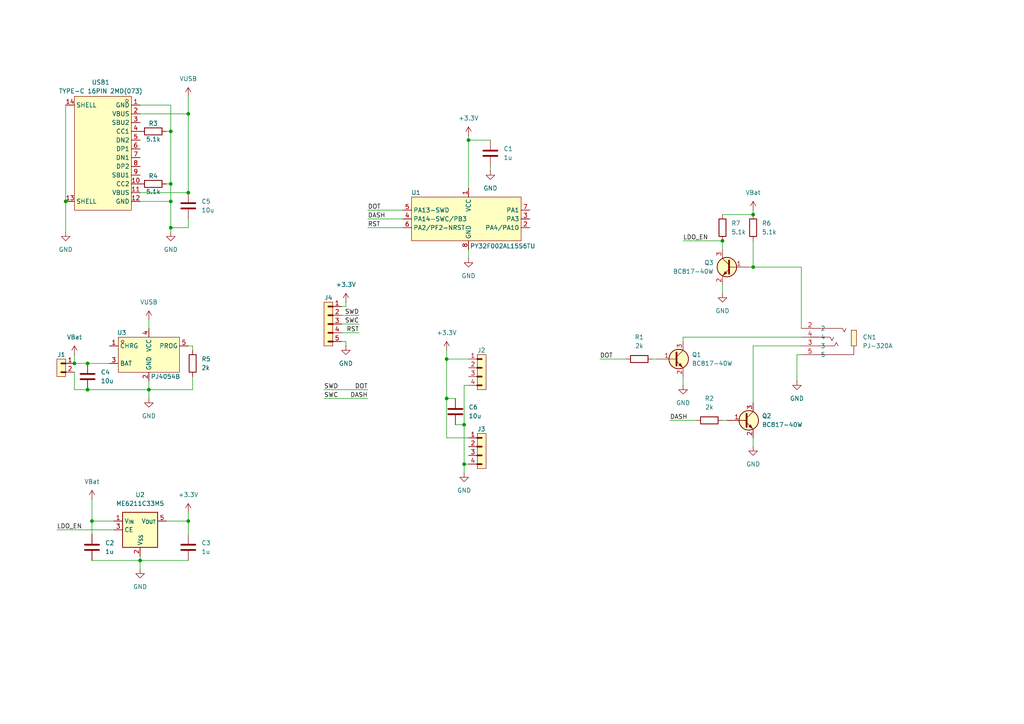
<source format=kicad_sch>
(kicad_sch (version 20231120) (generator "eeschema") (generator_version "8.0")
  (paper "A4")
  (lib_symbols
    (symbol "Device:R" (pin_numbers hide) (pin_names (offset 0))
      (property "Reference" "R" (at 2.032 0 90))
      (property "Value" "R" (at 0 0 90))
      (symbol "R_0_1"
        (rectangle (start -1.016 -2.54) (end 1.016 2.54) (stroke (width 0.254)))
      )
      (symbol "R_1_1"
        (pin passive line (at 0 3.81 270) (length 1.27) (name "~") (number "1"))
        (pin passive line (at 0 -3.81 90) (length 1.27) (name "~") (number "2"))
      )
    )
    (symbol "PCM_Capacitor_US_AKL:C_0603" (pin_numbers hide) (pin_names (offset 0.254))
      (property "Reference" "C" (at 0.635 2.54 0))
      (property "Value" "C_0603" (at 0.635 -2.54 0))
      (symbol "C_0603_0_1"
        (polyline (pts (xy -2.032 -0.762) (xy 2.032 -0.762)) (stroke (width 0.508)))
        (polyline (pts (xy -2.032 0.762) (xy 2.032 0.762)) (stroke (width 0.508)))
      )
      (symbol "C_0603_0_2"
        (polyline (pts (xy -2.54 -2.54) (xy -0.381 -0.381)))
        (polyline (pts (xy -0.508 -0.508) (xy -1.651 0.635)) (stroke (width 0.508)))
        (polyline (pts (xy -0.508 -0.508) (xy 0.635 -1.651)) (stroke (width 0.508)))
        (polyline (pts (xy 0.381 0.381) (xy 2.54 2.54)))
        (polyline (pts (xy 0.508 0.508) (xy -0.635 1.651)) (stroke (width 0.508)))
        (polyline (pts (xy 0.508 0.508) (xy 1.651 -0.635)) (stroke (width 0.508)))
      )
      (symbol "C_0603_1_1"
        (pin passive line (at 0 3.81 270) (length 2.794) (name "~") (number "1"))
        (pin passive line (at 0 -3.81 90) (length 2.794) (name "~") (number "2"))
      )
      (symbol "C_0603_1_2"
        (pin passive line (at 2.54 2.54 270) (length 0) (name "~") (number "1"))
        (pin passive line (at -2.54 -2.54 90) (length 0) (name "~") (number "2"))
      )
    )
    (symbol "PCM_SL_Pin_Headers:PINHD_1x2_Male"
      (property "Reference" "J" (at 0 6.35 0))
      (property "Value" "PINHD_1x2_Male" (at 0 3.81 0))
      (symbol "PINHD_1x2_Male_0_1"
        (rectangle (start -1.27 2.54) (end 1.27 -2.54) (fill (type background)))
        (polyline (pts (xy -1.27 -1.27) (xy 0 -1.27)) (stroke (width 0.3)))
        (polyline (pts (xy -1.27 -1.27) (xy 0 -1.27)) (stroke (width 0.5)))
        (polyline (pts (xy -1.27 1.27) (xy 0 1.27)) (stroke (width 0.3)))
        (polyline (pts (xy -1.27 1.27) (xy 0 1.27)) (stroke (width 0.5)))
      )
      (symbol "PINHD_1x2_Male_1_1"
        (pin passive line (at -3.81 1.27 0) (length 2.54) (name "") (number "1"))
        (pin passive line (at -3.81 -1.27 0) (length 2.54) (name "") (number "2"))
      )
    )
    (symbol "PCM_SL_Pin_Headers:PINHD_1x4_Male"
      (property "Reference" "J" (at 0 8.89 0))
      (property "Value" "PINHD_1x4_Male" (at 0 6.35 0))
      (symbol "PINHD_1x4_Male_0_1"
        (rectangle (start -1.27 5.08) (end 1.27 -5.08) (fill (type background)))
        (polyline (pts (xy -1.27 -3.81) (xy 0 -3.81)) (stroke (width 0.3)))
        (polyline (pts (xy -1.27 -3.81) (xy 0 -3.81)) (stroke (width 0.5)))
        (polyline (pts (xy -1.27 -1.27) (xy 0 -1.27)) (stroke (width 0.3)))
        (polyline (pts (xy -1.27 -1.27) (xy 0 -1.27)) (stroke (width 0.5)))
        (polyline (pts (xy -1.27 1.27) (xy 0 1.27)) (stroke (width 0.3)))
        (polyline (pts (xy -1.27 1.27) (xy 0 1.27)) (stroke (width 0.5)))
        (polyline (pts (xy -1.27 3.81) (xy 0 3.81)) (stroke (width 0.3)))
        (polyline (pts (xy -1.27 3.81) (xy 0 3.81)) (stroke (width 0.5)))
      )
      (symbol "PINHD_1x4_Male_1_1"
        (pin passive line (at -3.81 3.81 0) (length 2.54) (name "") (number "1"))
        (pin passive line (at -3.81 1.27 0) (length 2.54) (name "") (number "2"))
        (pin passive line (at -3.81 -1.27 0) (length 2.54) (name "") (number "3"))
        (pin passive line (at -3.81 -3.81 0) (length 2.54) (name "") (number "4"))
      )
    )
    (symbol "PCM_SL_Pin_Headers:PINHD_1x5_Male"
      (property "Reference" "J" (at 0 10.16 0))
      (property "Value" "PINHD_1x5_Male" (at 0 7.62 0))
      (symbol "PINHD_1x5_Male_0_1"
        (rectangle (start -1.27 6.35) (end 1.27 -6.35) (fill (type background)))
        (polyline (pts (xy -1.27 -5.08) (xy 0 -5.08)) (stroke (width 0.3)))
        (polyline (pts (xy -1.27 -5.08) (xy 0 -5.08)) (stroke (width 0.5)))
        (polyline (pts (xy -1.27 -2.54) (xy 0 -2.54)) (stroke (width 0.3)))
        (polyline (pts (xy -1.27 -2.54) (xy 0 -2.54)) (stroke (width 0.5)))
        (polyline (pts (xy -1.27 0) (xy 0 0)) (stroke (width 0.3)))
        (polyline (pts (xy -1.27 0) (xy 0 0)) (stroke (width 0.5)))
        (polyline (pts (xy -1.27 2.54) (xy 0 2.54)) (stroke (width 0.3)))
        (polyline (pts (xy -1.27 2.54) (xy 0 2.54)) (stroke (width 0.5)))
        (polyline (pts (xy -1.27 5.08) (xy 0 5.08)) (stroke (width 0.3)))
        (polyline (pts (xy -1.27 5.08) (xy 0 5.08)) (stroke (width 0.5)))
      )
      (symbol "PINHD_1x5_Male_1_1"
        (pin passive line (at -3.81 5.08 0) (length 2.54) (name "") (number "1"))
        (pin passive line (at -3.81 2.54 0) (length 2.54) (name "") (number "2"))
        (pin passive line (at -3.81 0 0) (length 2.54) (name "") (number "3"))
        (pin passive line (at -3.81 -2.54 0) (length 2.54) (name "") (number "4"))
        (pin passive line (at -3.81 -5.08 0) (length 2.54) (name "") (number "5"))
      )
    )
    (symbol "PCM_Transistor_BJT_AKL:BC817-40W" (pin_names hide)
      (property "Reference" "Q" (at 5.08 1.27 0))
      (property "Value" "BC817-40W" (at 5.08 -1.27 0))
      (symbol "BC817-40W_0_1"
        (polyline (pts (xy 0.635 0.635) (xy 2.54 2.54)))
        (polyline (pts (xy 0.635 -0.635) (xy 2.54 -2.54) (xy 2.54 -2.54)))
        (polyline (pts (xy 0.635 1.905) (xy 0.635 -1.905) (xy 0.635 -1.905)) (stroke (width 0.508)))
        (polyline (pts (xy 1.27 -1.778) (xy 1.778 -1.27) (xy 2.286 -2.286) (xy 1.27 -1.778) (xy 1.27 -1.778)) (fill (type outline)))
        (circle (center 1.27 0) (radius 2.8194) (stroke (width 0.254)) (fill (type background)))
      )
      (symbol "BC817-40W_1_1"
        (pin input line (at -5.08 0 0) (length 5.715) (name "B") (number "1"))
        (pin passive line (at 2.54 -5.08 90) (length 2.54) (name "E") (number "2"))
        (pin passive line (at 2.54 5.08 270) (length 2.54) (name "C") (number "3"))
      )
    )
    (symbol "PJ-320A:PJ-320A"
      (property "Reference" "CN" (at 0 10.16 0))
      (property "Value" "PJ-320A" (at 0 -7.62 0))
      (symbol "PJ-320A_0_1"
        (rectangle (start -8.38 2.54) (end -6.86 -2.03) (fill (type background)))
        (polyline (pts (xy 2.54 5.08) (xy -7.62 5.08) (xy -7.62 2.54)))
        (polyline (pts (xy 2.54 -2.54) (xy -4.32 -2.54) (xy -4.83 -1.52) (xy -5.33 -2.54)))
        (polyline (pts (xy 2.54 2.54) (xy -2.03 2.54) (xy -2.54 1.52) (xy -3.05 2.54)))
        (polyline (pts (xy 5.08 0) (xy -0.76 0) (xy -1.27 1.02) (xy -1.78 0)))
        (pin unspecified line (at 7.62 -2.54 180) (length 5.08) (name "2") (number "2"))
        (pin unspecified line (at 7.62 2.54 180) (length 5.08) (name "3") (number "3"))
        (pin unspecified line (at 7.62 0 180) (length 5.08) (name "4") (number "4"))
        (pin unspecified line (at 7.62 5.08 180) (length 5.08) (name "5") (number "5"))
      )
    )
    (symbol "PJ4054B:PJ4054B"
      (property "Reference" "U3" (at -7.874 6.35 0))
      (property "Value" "PJ4054B" (at 4.826 -6.35 0))
      (symbol "PJ4054B_0_1"
        (rectangle (start -8.89 5.08) (end 8.89 -5.08) (fill (type background)))
        (circle (center -7.62 3.81) (radius 0.38))
        (pin unspecified line (at -11.43 2.54 0) (length 2.54) (name "CHRG") (number "1"))
        (pin unspecified line (at 0 -7.62 90) (length 2.54) (name "GND") (number "2"))
        (pin unspecified line (at -11.43 -2.54 0) (length 2.54) (name "BAT") (number "3"))
        (pin unspecified line (at 0 7.62 270) (length 2.54) (name "VCC") (number "4"))
        (pin unspecified line (at 11.43 2.54 180) (length 2.54) (name "PROG") (number "5"))
      )
    )
    (symbol "PY32:PY32F002AL15S6TU"
      (property "Reference" "U1" (at -15.24 7.62 0))
      (property "Value" "PY32F002AL15S6TU" (at 10.668 7.366 0))
      (symbol "PY32F002AL15S6TU_0_1"
        (rectangle (start -16.51 6.35) (end 15.24 -6.35) (fill (type background)))
        (pin unspecified line (at 17.78 -2.54 180) (length 2.54) (name "PA4/PA10") (number "2"))
        (pin unspecified line (at -19.05 0 0) (length 2.54) (name "PA14-SWC/PB3") (number "4"))
        (pin unspecified line (at -19.05 2.54 0) (length 2.54) (name "PA13-SWD") (number "5"))
        (pin unspecified line (at 0 -8.89 90) (length 2.54) (name "GND") (number "8"))
      )
      (symbol "PY32F002AL15S6TU_1_1"
        (pin unspecified line (at 0 8.89 270) (length 2.54) (name "VCC") (number "1"))
        (pin unspecified line (at 17.78 0 180) (length 2.54) (name "PA3") (number "3"))
        (pin unspecified line (at -19.05 -2.54 0) (length 2.54) (name "PA2/PF2-NRST") (number "6"))
        (pin unspecified line (at 17.78 2.54 180) (length 2.54) (name "PA1") (number "7"))
      )
    )
    (symbol "Regulator_Linear:ME6211C33M5"
      (property "Reference" "U" (at -4.572 6.35 0))
      (property "Value" "ME6211C33M5" (at 10.16 8.636 0))
      (symbol "ME6211C33M5_1_1"
        (rectangle (start -5.08 5.08) (end 5.08 -5.08) (stroke (width 0.254)) (fill (type background)))
        (pin power_in line (at -7.62 2.54 0) (length 2.54) (name "V_{IN}") (number "1"))
        (pin power_in line (at 0 -7.62 90) (length 2.54) (name "V_{SS}") (number "2"))
        (pin input line (at -7.62 0 0) (length 2.54) (name "CE") (number "3"))
        (pin no_connect line (at 5.08 0 180) (length 2.54) hide (name "NC") (number "4"))
        (pin power_out line (at 7.62 2.54 180) (length 2.54) (name "V_{OUT}") (number "5"))
      )
    )
    (symbol "TYPE-C:TYPE-C16PIN2MD(073)"
      (property "Reference" "USB" (at 0 19.05 0))
      (property "Value" "TYPE-C 16PIN 2MD(073)" (at 0 -19.05 0))
      (property "Footprint" "TYPE-C:USB-C-SMD_TYPE-C-6PIN-2MD-073" (at 0 -21.59 0))
      (symbol "TYPE-C16PIN2MD(073)_0_1"
        (rectangle (start -8.89 16.51) (end 7.62 -16.51) (fill (type background)))
        (circle (center -7.62 15.24) (radius 0.38))
        (pin unspecified line (at -11.43 13.97 0) (length 2.54) (name "GND") (number "1"))
        (pin unspecified line (at -11.43 -8.89 0) (length 2.54) (name "CC2") (number "10"))
        (pin unspecified line (at -11.43 -11.43 0) (length 2.54) (name "VBUS") (number "11"))
        (pin unspecified line (at -11.43 -13.97 0) (length 2.54) (name "GND") (number "12"))
        (pin unspecified line (at 10.16 -13.97 180) (length 2.54) (name "SHELL") (number "13"))
        (pin unspecified line (at 10.16 13.97 180) (length 2.54) (name "SHELL") (number "14"))
        (pin unspecified line (at -11.43 11.43 0) (length 2.54) (name "VBUS") (number "2"))
        (pin unspecified line (at -11.43 8.89 0) (length 2.54) (name "SBU2") (number "3"))
        (pin unspecified line (at -11.43 6.35 0) (length 2.54) (name "CC1") (number "4"))
        (pin unspecified line (at -11.43 3.81 0) (length 2.54) (name "DN2") (number "5"))
        (pin unspecified line (at -11.43 1.27 0) (length 2.54) (name "DP1") (number "6"))
        (pin unspecified line (at -11.43 -1.27 0) (length 2.54) (name "DN1") (number "7"))
        (pin unspecified line (at -11.43 -3.81 0) (length 2.54) (name "DP2") (number "8"))
        (pin unspecified line (at -11.43 -6.35 0) (length 2.54) (name "SBU1") (number "9"))
      )
    )
    (symbol "power:+3.3V" (power) (pin_numbers hide) (pin_names (offset 0) hide)
      (property "Value" "+3.3V" (at 0 3.556 0))
      (symbol "+3.3V_0_1"
        (polyline (pts (xy -0.762 1.27) (xy 0 2.54)))
        (polyline (pts (xy 0 0) (xy 0 2.54)))
        (polyline (pts (xy 0 2.54) (xy 0.762 1.27)))
      )
      (symbol "+3.3V_1_1"
        (pin power_in line (at 0 0 90) (length 0) (name "~") (number "1"))
      )
    )
    (symbol "power:GND" (power) (pin_numbers hide) (pin_names (offset 0) hide)
      (property "Value" "GND" (at 0 -3.81 0))
      (symbol "GND_0_1"
        (polyline (pts (xy 0 0) (xy 0 -1.27) (xy 1.27 -1.27) (xy 0 -2.54) (xy -1.27 -1.27) (xy 0 -1.27)))
      )
      (symbol "GND_1_1"
        (pin power_in line (at 0 0 270) (length 0) (name "~") (number "1"))
      )
    )
  )
  (junction (at 129.54 104.14))
  (junction (at 49.53 58.42))
  (junction (at 134.62 134.62))
  (junction (at 49.53 66.04))
  (junction (at 43.18 113.03))
  (junction (at 26.67 151.13))
  (junction (at 209.55 69.85))
  (junction (at 49.53 53.34))
  (junction (at 134.62 123.19))
  (junction (at 25.4 113.03))
  (junction (at 218.44 77.47))
  (junction (at 54.61 151.13))
  (junction (at 25.4 105.41))
  (junction (at 49.53 38.1))
  (junction (at 40.64 162.56))
  (junction (at 54.61 33.02))
  (junction (at 218.44 62.23))
  (junction (at 129.54 115.57))
  (junction (at 21.59 105.41))
  (junction (at 135.89 40.64))
  (junction (at 19.05 58.42))
  (junction (at 54.61 55.88))
  (wire (pts (xy 40.64 161.29) (xy 40.64 162.56)))
  (wire (pts (xy 40.64 33.02) (xy 54.61 33.02)))
  (wire (pts (xy 135.89 40.64) (xy 135.89 54.61)))
  (wire (pts (xy 55.88 100.33) (xy 55.88 101.6)))
  (wire (pts (xy 99.06 93.98) (xy 104.14 93.98)))
  (wire (pts (xy 173.99 104.14) (xy 181.61 104.14)))
  (wire (pts (xy 49.53 66.04) (xy 54.61 66.04)))
  (wire (pts (xy 48.26 151.13) (xy 54.61 151.13)))
  (wire (pts (xy 218.44 77.47) (xy 217.17 77.47)))
  (wire (pts (xy 25.4 105.41) (xy 31.75 105.41)))
  (wire (pts (xy 135.89 72.39) (xy 135.89 74.93)))
  (wire (pts (xy 21.59 102.87) (xy 21.59 105.41)))
  (wire (pts (xy 198.12 109.22) (xy 198.12 111.76)))
  (wire (pts (xy 21.59 105.41) (xy 25.4 105.41)))
  (wire (pts (xy 26.67 151.13) (xy 33.02 151.13)))
  (wire (pts (xy 194.31 121.92) (xy 201.93 121.92)))
  (wire (pts (xy 93.98 113.03) (xy 106.68 113.03)))
  (wire (pts (xy 135.89 111.76) (xy 134.62 111.76)))
  (wire (pts (xy 129.54 104.14) (xy 129.54 115.57)))
  (wire (pts (xy 209.55 62.23) (xy 218.44 62.23)))
  (wire (pts (xy 129.54 115.57) (xy 129.54 127)))
  (wire (pts (xy 19.05 30.48) (xy 19.05 58.42)))
  (wire (pts (xy 99.06 88.9) (xy 100.33 88.9)))
  (wire (pts (xy 40.64 58.42) (xy 49.53 58.42)))
  (wire (pts (xy 231.14 102.87) (xy 231.14 110.49)))
  (wire (pts (xy 134.62 123.19) (xy 134.62 134.62)))
  (wire (pts (xy 54.61 63.5) (xy 54.61 66.04)))
  (wire (pts (xy 48.26 53.34) (xy 49.53 53.34)))
  (wire (pts (xy 189.23 104.14) (xy 190.5 104.14)))
  (wire (pts (xy 106.68 63.5) (xy 116.84 63.5)))
  (wire (pts (xy 198.12 69.85) (xy 209.55 69.85)))
  (wire (pts (xy 232.41 100.33) (xy 218.44 100.33)))
  (wire (pts (xy 218.44 77.47) (xy 232.41 77.47)))
  (wire (pts (xy 54.61 151.13) (xy 54.61 148.59)))
  (wire (pts (xy 49.53 66.04) (xy 49.53 67.31)))
  (wire (pts (xy 135.89 134.62) (xy 134.62 134.62)))
  (wire (pts (xy 49.53 38.1) (xy 49.53 53.34)))
  (wire (pts (xy 26.67 151.13) (xy 26.67 154.94)))
  (wire (pts (xy 106.68 66.04) (xy 116.84 66.04)))
  (wire (pts (xy 19.05 58.42) (xy 19.05 67.31)))
  (wire (pts (xy 218.44 100.33) (xy 218.44 116.84)))
  (wire (pts (xy 40.64 55.88) (xy 54.61 55.88)))
  (wire (pts (xy 135.89 39.37) (xy 135.89 40.64)))
  (wire (pts (xy 198.12 99.06) (xy 198.12 97.79)))
  (wire (pts (xy 55.88 109.22) (xy 55.88 113.03)))
  (wire (pts (xy 134.62 111.76) (xy 134.62 123.19)))
  (wire (pts (xy 232.41 77.47) (xy 232.41 95.25)))
  (wire (pts (xy 106.68 60.96) (xy 116.84 60.96)))
  (wire (pts (xy 40.64 162.56) (xy 54.61 162.56)))
  (wire (pts (xy 198.12 97.79) (xy 232.41 97.79)))
  (wire (pts (xy 218.44 69.85) (xy 218.44 77.47)))
  (wire (pts (xy 134.62 134.62) (xy 134.62 137.16)))
  (wire (pts (xy 49.53 58.42) (xy 49.53 66.04)))
  (wire (pts (xy 99.06 91.44) (xy 104.14 91.44)))
  (wire (pts (xy 49.53 53.34) (xy 49.53 58.42)))
  (wire (pts (xy 54.61 55.88) (xy 54.61 33.02)))
  (wire (pts (xy 209.55 121.92) (xy 210.82 121.92)))
  (wire (pts (xy 99.06 96.52) (xy 104.14 96.52)))
  (wire (pts (xy 232.41 102.87) (xy 231.14 102.87)))
  (wire (pts (xy 21.59 113.03) (xy 25.4 113.03)))
  (wire (pts (xy 55.88 100.33) (xy 54.61 100.33)))
  (wire (pts (xy 129.54 104.14) (xy 135.89 104.14)))
  (wire (pts (xy 132.08 123.19) (xy 134.62 123.19)))
  (wire (pts (xy 209.55 69.85) (xy 209.55 72.39)))
  (wire (pts (xy 100.33 88.9) (xy 100.33 87.63)))
  (wire (pts (xy 218.44 60.96) (xy 218.44 62.23)))
  (wire (pts (xy 99.06 99.06) (xy 100.33 99.06)))
  (wire (pts (xy 209.55 82.55) (xy 209.55 85.09)))
  (wire (pts (xy 21.59 107.95) (xy 21.59 113.03)))
  (wire (pts (xy 43.18 110.49) (xy 43.18 113.03)))
  (wire (pts (xy 26.67 162.56) (xy 40.64 162.56)))
  (wire (pts (xy 26.67 144.78) (xy 26.67 151.13)))
  (wire (pts (xy 135.89 40.64) (xy 142.24 40.64)))
  (wire (pts (xy 40.64 30.48) (xy 49.53 30.48)))
  (wire (pts (xy 43.18 92.71) (xy 43.18 95.25)))
  (wire (pts (xy 218.44 127) (xy 218.44 129.54)))
  (wire (pts (xy 55.88 113.03) (xy 43.18 113.03)))
  (wire (pts (xy 135.89 127) (xy 129.54 127)))
  (wire (pts (xy 48.26 38.1) (xy 49.53 38.1)))
  (wire (pts (xy 49.53 30.48) (xy 49.53 38.1)))
  (wire (pts (xy 129.54 115.57) (xy 132.08 115.57)))
  (wire (pts (xy 100.33 99.06) (xy 100.33 100.33)))
  (wire (pts (xy 54.61 151.13) (xy 54.61 154.94)))
  (wire (pts (xy 54.61 27.94) (xy 54.61 33.02)))
  (wire (pts (xy 129.54 104.14) (xy 129.54 101.6)))
  (wire (pts (xy 93.98 115.57) (xy 106.68 115.57)))
  (wire (pts (xy 40.64 162.56) (xy 40.64 165.1)))
  (wire (pts (xy 25.4 113.03) (xy 43.18 113.03)))
  (wire (pts (xy 142.24 48.26) (xy 142.24 49.53)))
  (wire (pts (xy 43.18 113.03) (xy 43.18 115.57)))
  (wire (pts (xy 16.51 153.67) (xy 33.02 153.67)))
  (label "LDO_EN" (at 16.51 153.67 0))
  (label "RST" (at 104.14 96.52 180))
  (label "DOT" (at 106.68 113.03 180))
  (label "DASH" (at 106.68 115.57 180))
  (label "DOT" (at 106.68 60.96 0))
  (label "LDO_EN" (at 198.12 69.85 0))
  (label "DASH" (at 194.31 121.92 0))
  (label "RST" (at 106.68 66.04 0))
  (label "SWC" (at 93.98 115.57 0))
  (label "DASH" (at 106.68 63.5 0))
  (label "SWD" (at 93.98 113.03 0))
  (label "SWD" (at 104.14 91.44 180))
  (label "SWC" (at 104.14 93.98 180))
  (label "DOT" (at 173.99 104.14 0))
  (symbol (lib_id "PJ4054B:PJ4054B") (at 43.18 102.87 0) (unit 1)
    (property "Reference" "U3" (at 35.306 96.52 0))
    (property "Value" "PJ4054B" (at 48.006 109.22 0))
    (property "Footprint" "PJ4054B:SOT-23-5_L2.9-W1.6-P0.95-LS2.8-BL" (effects (hide yes)))
    (property "LCSC Part" "C2911335" (effects (hide yes)))
  )
  (symbol (lib_id "power:GND") (at 19.05 67.31 0) (unit 1)
    (property "Reference" "#PWR011" (effects (hide yes)))
    (property "Value" "GND" (at 19.05 72.39 0))
    (property "Description" "Power symbol creates a global label with name \"GND\" , ground" (effects (hide yes)))
  )
  (symbol (lib_id "power:GND") (at 198.12 111.76 0) (unit 1)
    (property "Reference" "#PWR01" (effects (hide yes)))
    (property "Value" "GND" (at 198.12 116.84 0))
    (property "Description" "Power symbol creates a global label with name \"GND\" , ground" (effects (hide yes)))
  )
  (symbol (lib_id "power:GND") (at 209.55 85.09 0) (unit 1)
    (property "Reference" "#PWR017" (effects (hide yes)))
    (property "Value" "GND" (at 209.55 90.17 0))
    (property "Description" "Power symbol creates a global label with name \"GND\" , ground" (effects (hide yes)))
  )
  (symbol (lib_id "PJ-320A:PJ-320A") (at 240.03 97.79 180) (unit 1)
    (property "Reference" "CN1" (at 250.19 97.7899 0) (effects (justify right)))
    (property "Value" "PJ-320A" (at 250.19 100.3299 0) (effects (justify right)))
    (property "Footprint" "PJ-320A:AUDIO-TH_XKB_PJ-320A" (effects (hide yes)))
    (property "LCSC Part" "C2884926" (effects (hide yes)))
  )
  (symbol (lib_id "PCM_SL_Pin_Headers:PINHD_1x5_Male") (at 95.25 93.98 0) (mirror y) (unit 1)
    (property "Reference" "J4" (at 95.25 86.36 0))
    (property "Value" "PINHD_1x5_Male" (effects (hide yes)))
    (property "Footprint" "Connector_PinHeader_2.54mm:PinHeader_1x05_P2.54mm_Vertical" (effects (hide yes)))
    (property "Description" "Pin Header male with pin space 2.54mm. Pin Count -5" (effects (hide yes)))
  )
  (symbol (lib_id "Device:R") (at 44.45 38.1 90) (unit 1)
    (property "Reference" "R3" (at 44.45 35.814 90))
    (property "Value" "5.1k" (at 44.45 40.386 90))
    (property "Footprint" "Resistor_SMD:R_0603_1608Metric_Pad0.98x0.95mm_HandSolder" (effects (hide yes)))
    (property "Description" "Resistor" (effects (hide yes)))
  )
  (symbol (lib_id "TYPE-C:TYPE-C16PIN2MD(073)") (at 29.21 44.45 0) (mirror y) (unit 1)
    (property "Reference" "USB1" (at 29.21 23.876 0))
    (property "Value" "TYPE-C 16PIN 2MD(073)" (at 29.21 26.416 0))
    (property "Footprint" "TYPE-C:USB-C-SMD_TYPE-C-6PIN-2MD-073" (effects (hide yes)))
    (property "LCSC Part" "C2765186" (effects (hide yes)))
  )
  (symbol (lib_id "power:+3.3V") (at 43.18 92.71 0) (unit 1)
    (property "Reference" "#PWR07" (effects (hide yes)))
    (property "Value" "VUSB" (at 43.18 87.63 0))
    (property "Description" "Power symbol creates a global label with name \"+3.3V\"" (effects (hide yes)))
  )
  (symbol (lib_id "Device:R") (at 55.88 105.41 180) (unit 1)
    (property "Reference" "R5" (at 58.42 104.1399 0) (effects (justify right)))
    (property "Value" "2k" (at 58.42 106.6799 0) (effects (justify right)))
    (property "Footprint" "Resistor_SMD:R_0603_1608Metric_Pad0.98x0.95mm_HandSolder" (effects (hide yes)))
    (property "Description" "Resistor" (effects (hide yes)))
  )
  (symbol (lib_id "power:+3.3V") (at 135.89 39.37 0) (unit 1)
    (property "Reference" "#PWR05" (effects (hide yes)))
    (property "Value" "+3.3V" (at 135.89 34.29 0))
    (property "Description" "Power symbol creates a global label with name \"+3.3V\"" (effects (hide yes)))
  )
  (symbol (lib_id "Regulator_Linear:ME6211C33M5") (at 40.64 153.67 0) (unit 1)
    (property "Reference" "U2" (at 40.64 143.51 0))
    (property "Value" "ME6211C33M5" (at 40.64 146.05 0))
    (property "Footprint" "Package_TO_SOT_SMD:SOT-23-5" (effects (hide yes)))
    (property "Datasheet" "https://www.lcsc.com/datasheet/lcsc_datasheet_2304140030_MICRONE-Nanjing-Micro-One-Elec-ME6211C33R5G_C235316.pdf" (effects (hide yes)))
    (property "Description" "500mA low dropout linear regulator, shutdown pin, 6.5V max input voltage, 3.3V fixed positive output, SOT-23-5" (effects (hide yes)))
  )
  (symbol (lib_id "PY32:PY32F002AL15S6TU") (at 135.89 63.5 0) (unit 1)
    (property "Reference" "U1" (at 120.65 55.88 0))
    (property "Value" "PY32F002AL15S6TU" (at 145.796 71.374 0))
    (property "Footprint" "PY32:SOP-8_L4.9-W3.9-P1.27-LS6.0-BL-1" (effects (hide yes)))
    (property "LCSC Part" "C5292060" (effects (hide yes)))
  )
  (symbol (lib_id "PCM_Transistor_BJT_AKL:BC817-40W") (at 212.09 77.47 0) (mirror y) (unit 1)
    (property "Reference" "Q3" (at 207.01 76.1999 0) (effects (justify left)))
    (property "Value" "BC817-40W" (at 207.01 78.7399 0) (effects (justify left)))
    (property "Footprint" "Package_TO_SOT_SMD:SOT-323_SC-70_Handsoldering" (effects (hide yes)))
    (property "Datasheet" "https://www.tme.eu/Document/7b5ea7386544f524d0315334956093bb/BC817-16.215.pdf" (effects (hide yes)))
    (property "Description" "NPN SOT-323 transistor, 45V, 500mA, 200mW, Complementary to BC807W, Alternate KiCAD Library" (effects (hide yes)))
  )
  (symbol (lib_id "power:+3.3V") (at 100.33 87.63 0) (unit 1)
    (property "Reference" "#PWR019" (effects (hide yes)))
    (property "Value" "+3.3V" (at 100.33 82.55 0))
    (property "Description" "Power symbol creates a global label with name \"+3.3V\"" (effects (hide yes)))
  )
  (symbol (lib_id "PCM_Capacitor_US_AKL:C_0603") (at 132.08 119.38 0) (unit 1)
    (property "Reference" "C6" (at 135.89 118.1099 0) (effects (justify left)))
    (property "Value" "10u" (at 135.89 120.6499 0) (effects (justify left)))
    (property "Footprint" "Capacitor_SMD:C_0603_1608Metric_Pad1.08x0.95mm_HandSolder" (effects (hide yes)))
    (property "Description" "SMD 0603 MLCC capacitor, Alternate KiCad Library" (effects (hide yes)))
  )
  (symbol (lib_id "PCM_Transistor_BJT_AKL:BC817-40W") (at 215.9 121.92 0) (unit 1)
    (property "Reference" "Q2" (at 220.98 120.6499 0) (effects (justify left)))
    (property "Value" "BC817-40W" (at 220.98 123.1899 0) (effects (justify left)))
    (property "Footprint" "Package_TO_SOT_SMD:SOT-323_SC-70_Handsoldering" (effects (hide yes)))
    (property "Datasheet" "https://www.tme.eu/Document/7b5ea7386544f524d0315334956093bb/BC817-16.215.pdf" (effects (hide yes)))
    (property "Description" "NPN SOT-323 transistor, 45V, 500mA, 200mW, Complementary to BC807W, Alternate KiCAD Library" (effects (hide yes)))
  )
  (symbol (lib_id "PCM_SL_Pin_Headers:PINHD_1x4_Male") (at 139.7 130.81 0) (unit 1)
    (property "Reference" "J3" (at 138.43 124.46 0) (effects (justify left)))
    (property "Value" "PINHD_1x4_Male" (effects (hide yes)))
    (property "Footprint" "Connector_PinHeader_2.54mm:PinHeader_1x04_P2.54mm_Vertical" (effects (hide yes)))
    (property "Description" "Pin Header male with pin space 2.54mm. Pin Count -4" (effects (hide yes)))
  )
  (symbol (lib_id "PCM_Capacitor_US_AKL:C_0603") (at 54.61 158.75 0) (unit 1)
    (property "Reference" "C3" (at 58.42 157.4799 0) (effects (justify left)))
    (property "Value" "1u" (at 58.42 160.0199 0) (effects (justify left)))
    (property "Footprint" "Capacitor_SMD:C_0603_1608Metric_Pad1.08x0.95mm_HandSolder" (effects (hide yes)))
    (property "Description" "SMD 0603 MLCC capacitor, Alternate KiCad Library" (effects (hide yes)))
  )
  (symbol (lib_id "PCM_Capacitor_US_AKL:C_0603") (at 25.4 109.22 0) (unit 1)
    (property "Reference" "C4" (at 29.21 107.9499 0) (effects (justify left)))
    (property "Value" "10u" (at 29.21 110.4899 0) (effects (justify left)))
    (property "Footprint" "Capacitor_SMD:C_0603_1608Metric_Pad1.08x0.95mm_HandSolder" (effects (hide yes)))
    (property "Description" "SMD 0603 MLCC capacitor, Alternate KiCad Library" (effects (hide yes)))
  )
  (symbol (lib_id "PCM_SL_Pin_Headers:PINHD_1x2_Male") (at 17.78 106.68 0) (mirror y) (unit 1)
    (property "Reference" "J1" (at 17.78 102.87 0))
    (property "Value" "PINHD_1x2_Male" (effects (hide yes)))
    (property "Footprint" "Connector_PinHeader_2.54mm:PinHeader_1x02_P2.54mm_Vertical" (effects (hide yes)))
    (property "Description" "Pin Header male with pin space 2.54mm. Pin Count -2" (effects (hide yes)))
  )
  (symbol (lib_id "power:+3.3V") (at 54.61 27.94 0) (unit 1)
    (property "Reference" "#PWR010" (effects (hide yes)))
    (property "Value" "VUSB" (at 54.61 22.86 0))
    (property "Description" "Power symbol creates a global label with name \"+3.3V\"" (effects (hide yes)))
  )
  (symbol (lib_id "power:+3.3V") (at 54.61 148.59 0) (unit 1)
    (property "Reference" "#PWR06" (effects (hide yes)))
    (property "Value" "+3.3V" (at 54.61 143.51 0))
    (property "Description" "Power symbol creates a global label with name \"+3.3V\"" (effects (hide yes)))
  )
  (symbol (lib_id "power:GND") (at 134.62 137.16 0) (unit 1)
    (property "Reference" "#PWR016" (effects (hide yes)))
    (property "Value" "GND" (at 134.62 142.24 0))
    (property "Description" "Power symbol creates a global label with name \"GND\" , ground" (effects (hide yes)))
  )
  (symbol (lib_id "power:GND") (at 40.64 165.1 0) (unit 1)
    (property "Reference" "#PWR014" (effects (hide yes)))
    (property "Value" "GND" (at 40.64 170.18 0))
    (property "Description" "Power symbol creates a global label with name \"GND\" , ground" (effects (hide yes)))
  )
  (symbol (lib_id "power:GND") (at 231.14 110.49 0) (unit 1)
    (property "Reference" "#PWR03" (effects (hide yes)))
    (property "Value" "GND" (at 231.14 115.57 0))
    (property "Description" "Power symbol creates a global label with name \"GND\" , ground" (effects (hide yes)))
  )
  (symbol (lib_id "Device:R") (at 205.74 121.92 90) (unit 1)
    (property "Reference" "R2" (at 205.74 115.57 90))
    (property "Value" "2k" (at 205.74 118.11 90))
    (property "Footprint" "Resistor_SMD:R_0603_1608Metric_Pad0.98x0.95mm_HandSolder" (effects (hide yes)))
    (property "Description" "Resistor" (effects (hide yes)))
  )
  (symbol (lib_id "power:GND") (at 43.18 115.57 0) (unit 1)
    (property "Reference" "#PWR012" (effects (hide yes)))
    (property "Value" "GND" (at 43.18 120.65 0))
    (property "Description" "Power symbol creates a global label with name \"GND\" , ground" (effects (hide yes)))
  )
  (symbol (lib_id "PCM_SL_Pin_Headers:PINHD_1x4_Male") (at 139.7 107.95 0) (unit 1)
    (property "Reference" "J2" (at 138.43 101.6 0) (effects (justify left)))
    (property "Value" "PINHD_1x4_Male" (effects (hide yes)))
    (property "Footprint" "Connector_PinHeader_2.54mm:PinHeader_1x04_P2.54mm_Vertical" (effects (hide yes)))
    (property "Description" "Pin Header male with pin space 2.54mm. Pin Count -4" (effects (hide yes)))
  )
  (symbol (lib_id "Device:R") (at 185.42 104.14 90) (unit 1)
    (property "Reference" "R1" (at 185.42 97.79 90))
    (property "Value" "2k" (at 185.42 100.33 90))
    (property "Footprint" "Resistor_SMD:R_0603_1608Metric_Pad0.98x0.95mm_HandSolder" (effects (hide yes)))
    (property "Description" "Resistor" (effects (hide yes)))
  )
  (symbol (lib_id "power:GND") (at 135.89 74.93 0) (unit 1)
    (property "Reference" "#PWR04" (effects (hide yes)))
    (property "Value" "GND" (at 135.89 80.01 0))
    (property "Description" "Power symbol creates a global label with name \"GND\" , ground" (effects (hide yes)))
  )
  (symbol (lib_id "power:+3.3V") (at 129.54 101.6 0) (unit 1)
    (property "Reference" "#PWR015" (effects (hide yes)))
    (property "Value" "+3.3V" (at 129.54 96.52 0))
    (property "Description" "Power symbol creates a global label with name \"+3.3V\"" (effects (hide yes)))
  )
  (symbol (lib_id "power:+3.3V") (at 21.59 102.87 0) (unit 1)
    (property "Reference" "#PWR08" (effects (hide yes)))
    (property "Value" "VBat" (at 21.59 97.79 0))
    (property "Description" "Power symbol creates a global label with name \"+3.3V\"" (effects (hide yes)))
  )
  (symbol (lib_id "PCM_Capacitor_US_AKL:C_0603") (at 142.24 44.45 0) (unit 1)
    (property "Reference" "C1" (at 146.05 43.1799 0) (effects (justify left)))
    (property "Value" "1u" (at 146.05 45.7199 0) (effects (justify left)))
    (property "Footprint" "Capacitor_SMD:C_0603_1608Metric_Pad1.08x0.95mm_HandSolder" (effects (hide yes)))
    (property "Description" "SMD 0603 MLCC capacitor, Alternate KiCad Library" (effects (hide yes)))
  )
  (symbol (lib_id "power:GND") (at 100.33 100.33 0) (unit 1)
    (property "Reference" "#PWR021" (effects (hide yes)))
    (property "Value" "GND" (at 100.33 105.41 0))
    (property "Description" "Power symbol creates a global label with name \"GND\" , ground" (effects (hide yes)))
  )
  (symbol (lib_id "power:+3.3V") (at 26.67 144.78 0) (unit 1)
    (property "Reference" "#PWR013" (effects (hide yes)))
    (property "Value" "VBat" (at 26.67 139.7 0))
    (property "Description" "Power symbol creates a global label with name \"+3.3V\"" (effects (hide yes)))
  )
  (symbol (lib_id "PCM_Capacitor_US_AKL:C_0603") (at 26.67 158.75 0) (unit 1)
    (property "Reference" "C2" (at 30.48 157.4799 0) (effects (justify left)))
    (property "Value" "1u" (at 30.48 160.0199 0) (effects (justify left)))
    (property "Footprint" "Capacitor_SMD:C_0603_1608Metric_Pad1.08x0.95mm_HandSolder" (effects (hide yes)))
    (property "Description" "SMD 0603 MLCC capacitor, Alternate KiCad Library" (effects (hide yes)))
  )
  (symbol (lib_id "power:GND") (at 218.44 129.54 0) (unit 1)
    (property "Reference" "#PWR02" (effects (hide yes)))
    (property "Value" "GND" (at 218.44 134.62 0))
    (property "Description" "Power symbol creates a global label with name \"GND\" , ground" (effects (hide yes)))
  )
  (symbol (lib_id "Device:R") (at 44.45 53.34 90) (unit 1)
    (property "Reference" "R4" (at 44.45 51.054 90))
    (property "Value" "5.1k" (at 44.45 55.626 90))
    (property "Footprint" "Resistor_SMD:R_0603_1608Metric_Pad0.98x0.95mm_HandSolder" (effects (hide yes)))
    (property "Description" "Resistor" (effects (hide yes)))
  )
  (symbol (lib_id "PCM_Capacitor_US_AKL:C_0603") (at 54.61 59.69 0) (unit 1)
    (property "Reference" "C5" (at 58.42 58.4199 0) (effects (justify left)))
    (property "Value" "10u" (at 58.42 60.9599 0) (effects (justify left)))
    (property "Footprint" "Capacitor_SMD:C_0603_1608Metric_Pad1.08x0.95mm_HandSolder" (effects (hide yes)))
    (property "Description" "SMD 0603 MLCC capacitor, Alternate KiCad Library" (effects (hide yes)))
  )
  (symbol (lib_id "PCM_Transistor_BJT_AKL:BC817-40W") (at 195.58 104.14 0) (unit 1)
    (property "Reference" "Q1" (at 200.66 102.8699 0) (effects (justify left)))
    (property "Value" "BC817-40W" (at 200.66 105.4099 0) (effects (justify left)))
    (property "Footprint" "Package_TO_SOT_SMD:SOT-323_SC-70_Handsoldering" (effects (hide yes)))
    (property "Datasheet" "https://www.tme.eu/Document/7b5ea7386544f524d0315334956093bb/BC817-16.215.pdf" (effects (hide yes)))
    (property "Description" "NPN SOT-323 transistor, 45V, 500mA, 200mW, Complementary to BC807W, Alternate KiCAD Library" (effects (hide yes)))
  )
  (symbol (lib_id "power:+3.3V") (at 218.44 60.96 0) (unit 1)
    (property "Reference" "#PWR018" (effects (hide yes)))
    (property "Value" "VBat" (at 218.44 55.88 0))
    (property "Description" "Power symbol creates a global label with name \"+3.3V\"" (effects (hide yes)))
  )
  (symbol (lib_id "Device:R") (at 218.44 66.04 180) (unit 1)
    (property "Reference" "R6" (at 220.98 64.7699 0) (effects (justify right)))
    (property "Value" "5.1k" (at 220.98 67.3099 0) (effects (justify right)))
    (property "Footprint" "Resistor_SMD:R_0603_1608Metric_Pad0.98x0.95mm_HandSolder" (effects (hide yes)))
    (property "Description" "Resistor" (effects (hide yes)))
  )
  (symbol (lib_id "power:GND") (at 142.24 49.53 0) (unit 1)
    (property "Reference" "#PWR020" (effects (hide yes)))
    (property "Value" "GND" (at 142.24 54.61 0))
    (property "Description" "Power symbol creates a global label with name \"GND\" , ground" (effects (hide yes)))
  )
  (symbol (lib_id "Device:R") (at 209.55 66.04 180) (unit 1)
    (property "Reference" "R7" (at 212.09 64.7699 0) (effects (justify right)))
    (property "Value" "5.1k" (at 212.09 67.3099 0) (effects (justify right)))
    (property "Footprint" "Resistor_SMD:R_0603_1608Metric_Pad0.98x0.95mm_HandSolder" (effects (hide yes)))
    (property "Description" "Resistor" (effects (hide yes)))
  )
  (symbol (lib_id "power:GND") (at 49.53 67.31 0) (unit 1)
    (property "Reference" "#PWR09" (effects (hide yes)))
    (property "Value" "GND" (at 49.53 72.39 0))
    (property "Description" "Power symbol creates a global label with name \"GND\" , ground" (effects (hide yes)))
  )
)
</source>
